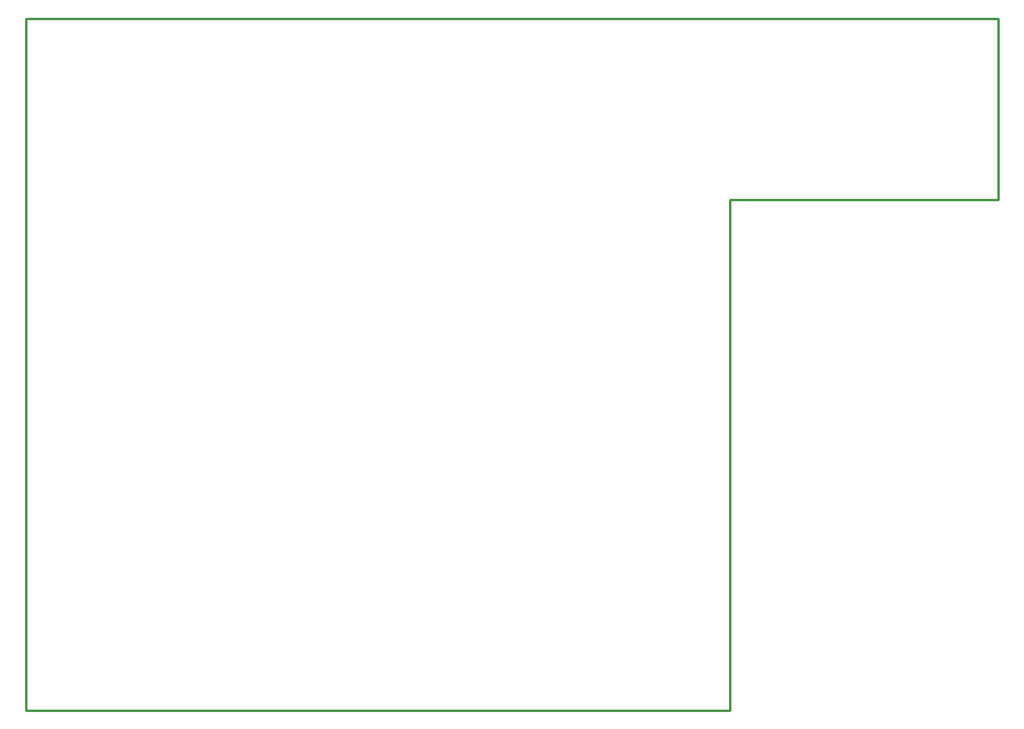
<source format=gko>
G04*
G04 #@! TF.GenerationSoftware,Altium Limited,Altium Designer,21.7.1 (17)*
G04*
G04 Layer_Color=16711935*
%FSLAX25Y25*%
%MOIN*%
G70*
G04*
G04 #@! TF.SameCoordinates,891A90FC-BE59-465C-B327-3CD4912ABD0C*
G04*
G04*
G04 #@! TF.FilePolarity,Positive*
G04*
G01*
G75*
%ADD17C,0.01000*%
D17*
X290600Y170030D02*
Y210660D01*
X0Y285433D02*
X289370D01*
X0Y0D02*
Y285433D01*
X289370Y285463D02*
X401200D01*
Y210660D02*
Y285463D01*
X290600Y210660D02*
X401200D01*
X290600Y170030D02*
X290600Y0D01*
X0D02*
X290600D01*
M02*

</source>
